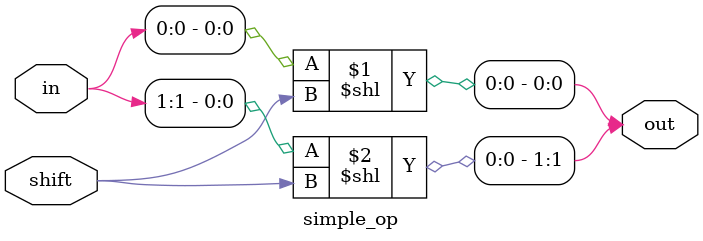
<source format=v>
module simple_op ( input shift,
				input signed [1:0] in,
                                output [1:0] out );

    assign out[0] = in[0] << shift;
    assign out[1] = in[1] << shift;

endmodule

</source>
